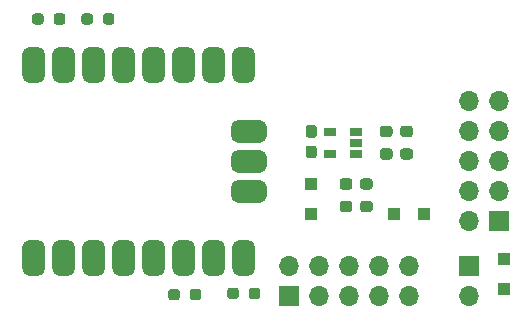
<source format=gbr>
%TF.GenerationSoftware,KiCad,Pcbnew,(5.1.10)-1*%
%TF.CreationDate,2021-11-13T20:10:17+01:00*%
%TF.ProjectId,Muino_debugger,4d75696e-6f5f-4646-9562-75676765722e,rev?*%
%TF.SameCoordinates,Original*%
%TF.FileFunction,Soldermask,Top*%
%TF.FilePolarity,Negative*%
%FSLAX46Y46*%
G04 Gerber Fmt 4.6, Leading zero omitted, Abs format (unit mm)*
G04 Created by KiCad (PCBNEW (5.1.10)-1) date 2021-11-13 20:10:17*
%MOMM*%
%LPD*%
G01*
G04 APERTURE LIST*
%ADD10O,1.700000X1.700000*%
%ADD11R,1.700000X1.700000*%
%ADD12R,1.000000X1.000000*%
%ADD13R,1.060000X0.650000*%
G04 APERTURE END LIST*
D10*
%TO.C,J3*%
X125730000Y-86360000D03*
D11*
X125730000Y-83820000D03*
%TD*%
D12*
%TO.C,D2*%
X112395000Y-76835000D03*
X112395000Y-79335000D03*
%TD*%
%TO.C,R4*%
G36*
G01*
X94762500Y-63102500D02*
X94762500Y-62627500D01*
G75*
G02*
X95000000Y-62390000I237500J0D01*
G01*
X95500000Y-62390000D01*
G75*
G02*
X95737500Y-62627500I0J-237500D01*
G01*
X95737500Y-63102500D01*
G75*
G02*
X95500000Y-63340000I-237500J0D01*
G01*
X95000000Y-63340000D01*
G75*
G02*
X94762500Y-63102500I0J237500D01*
G01*
G37*
G36*
G01*
X92937500Y-63102500D02*
X92937500Y-62627500D01*
G75*
G02*
X93175000Y-62390000I237500J0D01*
G01*
X93675000Y-62390000D01*
G75*
G02*
X93912500Y-62627500I0J-237500D01*
G01*
X93912500Y-63102500D01*
G75*
G02*
X93675000Y-63340000I-237500J0D01*
G01*
X93175000Y-63340000D01*
G75*
G02*
X92937500Y-63102500I0J237500D01*
G01*
G37*
%TD*%
%TO.C,R3*%
G36*
G01*
X89745000Y-62627500D02*
X89745000Y-63102500D01*
G75*
G02*
X89507500Y-63340000I-237500J0D01*
G01*
X89007500Y-63340000D01*
G75*
G02*
X88770000Y-63102500I0J237500D01*
G01*
X88770000Y-62627500D01*
G75*
G02*
X89007500Y-62390000I237500J0D01*
G01*
X89507500Y-62390000D01*
G75*
G02*
X89745000Y-62627500I0J-237500D01*
G01*
G37*
G36*
G01*
X91570000Y-62627500D02*
X91570000Y-63102500D01*
G75*
G02*
X91332500Y-63340000I-237500J0D01*
G01*
X90832500Y-63340000D01*
G75*
G02*
X90595000Y-63102500I0J237500D01*
G01*
X90595000Y-62627500D01*
G75*
G02*
X90832500Y-62390000I237500J0D01*
G01*
X91332500Y-62390000D01*
G75*
G02*
X91570000Y-62627500I0J-237500D01*
G01*
G37*
%TD*%
D13*
%TO.C,U1*%
X114005000Y-74295000D03*
X114005000Y-72395000D03*
X116205000Y-72395000D03*
X116205000Y-73345000D03*
X116205000Y-74295000D03*
%TD*%
%TO.C,R2*%
G36*
G01*
X106262500Y-85862500D02*
X106262500Y-86337500D01*
G75*
G02*
X106025000Y-86575000I-237500J0D01*
G01*
X105525000Y-86575000D01*
G75*
G02*
X105287500Y-86337500I0J237500D01*
G01*
X105287500Y-85862500D01*
G75*
G02*
X105525000Y-85625000I237500J0D01*
G01*
X106025000Y-85625000D01*
G75*
G02*
X106262500Y-85862500I0J-237500D01*
G01*
G37*
G36*
G01*
X108087500Y-85862500D02*
X108087500Y-86337500D01*
G75*
G02*
X107850000Y-86575000I-237500J0D01*
G01*
X107350000Y-86575000D01*
G75*
G02*
X107112500Y-86337500I0J237500D01*
G01*
X107112500Y-85862500D01*
G75*
G02*
X107350000Y-85625000I237500J0D01*
G01*
X107850000Y-85625000D01*
G75*
G02*
X108087500Y-85862500I0J-237500D01*
G01*
G37*
%TD*%
%TO.C,R1*%
G36*
G01*
X101262500Y-85962500D02*
X101262500Y-86437500D01*
G75*
G02*
X101025000Y-86675000I-237500J0D01*
G01*
X100525000Y-86675000D01*
G75*
G02*
X100287500Y-86437500I0J237500D01*
G01*
X100287500Y-85962500D01*
G75*
G02*
X100525000Y-85725000I237500J0D01*
G01*
X101025000Y-85725000D01*
G75*
G02*
X101262500Y-85962500I0J-237500D01*
G01*
G37*
G36*
G01*
X103087500Y-85962500D02*
X103087500Y-86437500D01*
G75*
G02*
X102850000Y-86675000I-237500J0D01*
G01*
X102350000Y-86675000D01*
G75*
G02*
X102112500Y-86437500I0J237500D01*
G01*
X102112500Y-85962500D01*
G75*
G02*
X102350000Y-85725000I237500J0D01*
G01*
X102850000Y-85725000D01*
G75*
G02*
X103087500Y-85962500I0J-237500D01*
G01*
G37*
%TD*%
D10*
%TO.C,J2*%
X120650000Y-83820000D03*
X120650000Y-86360000D03*
X118110000Y-83820000D03*
X118110000Y-86360000D03*
X115570000Y-83820000D03*
X115570000Y-86360000D03*
X113030000Y-83820000D03*
X113030000Y-86360000D03*
X110490000Y-83820000D03*
D11*
X110490000Y-86360000D03*
%TD*%
D12*
%TO.C,D3*%
X128700000Y-83200000D03*
X128700000Y-85700000D03*
%TD*%
%TO.C,D1*%
X119420000Y-79375000D03*
X121920000Y-79375000D03*
%TD*%
%TO.C,C5*%
G36*
G01*
X115880000Y-78502500D02*
X115880000Y-78977500D01*
G75*
G02*
X115642500Y-79215000I-237500J0D01*
G01*
X115042500Y-79215000D01*
G75*
G02*
X114805000Y-78977500I0J237500D01*
G01*
X114805000Y-78502500D01*
G75*
G02*
X115042500Y-78265000I237500J0D01*
G01*
X115642500Y-78265000D01*
G75*
G02*
X115880000Y-78502500I0J-237500D01*
G01*
G37*
G36*
G01*
X117605000Y-78502500D02*
X117605000Y-78977500D01*
G75*
G02*
X117367500Y-79215000I-237500J0D01*
G01*
X116767500Y-79215000D01*
G75*
G02*
X116530000Y-78977500I0J237500D01*
G01*
X116530000Y-78502500D01*
G75*
G02*
X116767500Y-78265000I237500J0D01*
G01*
X117367500Y-78265000D01*
G75*
G02*
X117605000Y-78502500I0J-237500D01*
G01*
G37*
%TD*%
%TO.C,C4*%
G36*
G01*
X115880000Y-76597500D02*
X115880000Y-77072500D01*
G75*
G02*
X115642500Y-77310000I-237500J0D01*
G01*
X115042500Y-77310000D01*
G75*
G02*
X114805000Y-77072500I0J237500D01*
G01*
X114805000Y-76597500D01*
G75*
G02*
X115042500Y-76360000I237500J0D01*
G01*
X115642500Y-76360000D01*
G75*
G02*
X115880000Y-76597500I0J-237500D01*
G01*
G37*
G36*
G01*
X117605000Y-76597500D02*
X117605000Y-77072500D01*
G75*
G02*
X117367500Y-77310000I-237500J0D01*
G01*
X116767500Y-77310000D01*
G75*
G02*
X116530000Y-77072500I0J237500D01*
G01*
X116530000Y-76597500D01*
G75*
G02*
X116767500Y-76360000I237500J0D01*
G01*
X117367500Y-76360000D01*
G75*
G02*
X117605000Y-76597500I0J-237500D01*
G01*
G37*
%TD*%
%TO.C,C3*%
G36*
G01*
X112157500Y-73577500D02*
X112632500Y-73577500D01*
G75*
G02*
X112870000Y-73815000I0J-237500D01*
G01*
X112870000Y-74415000D01*
G75*
G02*
X112632500Y-74652500I-237500J0D01*
G01*
X112157500Y-74652500D01*
G75*
G02*
X111920000Y-74415000I0J237500D01*
G01*
X111920000Y-73815000D01*
G75*
G02*
X112157500Y-73577500I237500J0D01*
G01*
G37*
G36*
G01*
X112157500Y-71852500D02*
X112632500Y-71852500D01*
G75*
G02*
X112870000Y-72090000I0J-237500D01*
G01*
X112870000Y-72690000D01*
G75*
G02*
X112632500Y-72927500I-237500J0D01*
G01*
X112157500Y-72927500D01*
G75*
G02*
X111920000Y-72690000I0J237500D01*
G01*
X111920000Y-72090000D01*
G75*
G02*
X112157500Y-71852500I237500J0D01*
G01*
G37*
%TD*%
%TO.C,C2*%
G36*
G01*
X119932500Y-74532500D02*
X119932500Y-74057500D01*
G75*
G02*
X120170000Y-73820000I237500J0D01*
G01*
X120770000Y-73820000D01*
G75*
G02*
X121007500Y-74057500I0J-237500D01*
G01*
X121007500Y-74532500D01*
G75*
G02*
X120770000Y-74770000I-237500J0D01*
G01*
X120170000Y-74770000D01*
G75*
G02*
X119932500Y-74532500I0J237500D01*
G01*
G37*
G36*
G01*
X118207500Y-74532500D02*
X118207500Y-74057500D01*
G75*
G02*
X118445000Y-73820000I237500J0D01*
G01*
X119045000Y-73820000D01*
G75*
G02*
X119282500Y-74057500I0J-237500D01*
G01*
X119282500Y-74532500D01*
G75*
G02*
X119045000Y-74770000I-237500J0D01*
G01*
X118445000Y-74770000D01*
G75*
G02*
X118207500Y-74532500I0J237500D01*
G01*
G37*
%TD*%
%TO.C,C1*%
G36*
G01*
X119932500Y-72627500D02*
X119932500Y-72152500D01*
G75*
G02*
X120170000Y-71915000I237500J0D01*
G01*
X120770000Y-71915000D01*
G75*
G02*
X121007500Y-72152500I0J-237500D01*
G01*
X121007500Y-72627500D01*
G75*
G02*
X120770000Y-72865000I-237500J0D01*
G01*
X120170000Y-72865000D01*
G75*
G02*
X119932500Y-72627500I0J237500D01*
G01*
G37*
G36*
G01*
X118207500Y-72627500D02*
X118207500Y-72152500D01*
G75*
G02*
X118445000Y-71915000I237500J0D01*
G01*
X119045000Y-71915000D01*
G75*
G02*
X119282500Y-72152500I0J-237500D01*
G01*
X119282500Y-72627500D01*
G75*
G02*
X119045000Y-72865000I-237500J0D01*
G01*
X118445000Y-72865000D01*
G75*
G02*
X118207500Y-72627500I0J237500D01*
G01*
G37*
%TD*%
D10*
%TO.C,J1*%
X125730000Y-69850000D03*
X128270000Y-69850000D03*
X125730000Y-72390000D03*
X128270000Y-72390000D03*
X125730000Y-74930000D03*
X128270000Y-74930000D03*
X125730000Y-77470000D03*
X128270000Y-77470000D03*
X125730000Y-80010000D03*
D11*
X128270000Y-80010000D03*
%TD*%
%TO.C,A1*%
G36*
G01*
X105620000Y-72808000D02*
X105620000Y-71972000D01*
G75*
G02*
X106152000Y-71440000I532000J0D01*
G01*
X108088000Y-71440000D01*
G75*
G02*
X108620000Y-71972000I0J-532000D01*
G01*
X108620000Y-72808000D01*
G75*
G02*
X108088000Y-73340000I-532000J0D01*
G01*
X106152000Y-73340000D01*
G75*
G02*
X105620000Y-72808000I0J532000D01*
G01*
G37*
G36*
G01*
X105620000Y-77888000D02*
X105620000Y-77052000D01*
G75*
G02*
X106152000Y-76520000I532000J0D01*
G01*
X108088000Y-76520000D01*
G75*
G02*
X108620000Y-77052000I0J-532000D01*
G01*
X108620000Y-77888000D01*
G75*
G02*
X108088000Y-78420000I-532000J0D01*
G01*
X106152000Y-78420000D01*
G75*
G02*
X105620000Y-77888000I0J532000D01*
G01*
G37*
G36*
G01*
X105620000Y-75348000D02*
X105620000Y-74512000D01*
G75*
G02*
X106152000Y-73980000I532000J0D01*
G01*
X108088000Y-73980000D01*
G75*
G02*
X108620000Y-74512000I0J-532000D01*
G01*
X108620000Y-75348000D01*
G75*
G02*
X108088000Y-75880000I-532000J0D01*
G01*
X106152000Y-75880000D01*
G75*
G02*
X105620000Y-75348000I0J532000D01*
G01*
G37*
G36*
G01*
X105730000Y-84068000D02*
X105730000Y-82132000D01*
G75*
G02*
X106262000Y-81600000I532000J0D01*
G01*
X107098000Y-81600000D01*
G75*
G02*
X107630000Y-82132000I0J-532000D01*
G01*
X107630000Y-84068000D01*
G75*
G02*
X107098000Y-84600000I-532000J0D01*
G01*
X106262000Y-84600000D01*
G75*
G02*
X105730000Y-84068000I0J532000D01*
G01*
G37*
G36*
G01*
X95570000Y-84068000D02*
X95570000Y-82132000D01*
G75*
G02*
X96102000Y-81600000I532000J0D01*
G01*
X96938000Y-81600000D01*
G75*
G02*
X97470000Y-82132000I0J-532000D01*
G01*
X97470000Y-84068000D01*
G75*
G02*
X96938000Y-84600000I-532000J0D01*
G01*
X96102000Y-84600000D01*
G75*
G02*
X95570000Y-84068000I0J532000D01*
G01*
G37*
G36*
G01*
X98110000Y-84068000D02*
X98110000Y-82132000D01*
G75*
G02*
X98642000Y-81600000I532000J0D01*
G01*
X99478000Y-81600000D01*
G75*
G02*
X100010000Y-82132000I0J-532000D01*
G01*
X100010000Y-84068000D01*
G75*
G02*
X99478000Y-84600000I-532000J0D01*
G01*
X98642000Y-84600000D01*
G75*
G02*
X98110000Y-84068000I0J532000D01*
G01*
G37*
G36*
G01*
X100650000Y-84068000D02*
X100650000Y-82132000D01*
G75*
G02*
X101182000Y-81600000I532000J0D01*
G01*
X102018000Y-81600000D01*
G75*
G02*
X102550000Y-82132000I0J-532000D01*
G01*
X102550000Y-84068000D01*
G75*
G02*
X102018000Y-84600000I-532000J0D01*
G01*
X101182000Y-84600000D01*
G75*
G02*
X100650000Y-84068000I0J532000D01*
G01*
G37*
G36*
G01*
X103190000Y-84068000D02*
X103190000Y-82132000D01*
G75*
G02*
X103722000Y-81600000I532000J0D01*
G01*
X104558000Y-81600000D01*
G75*
G02*
X105090000Y-82132000I0J-532000D01*
G01*
X105090000Y-84068000D01*
G75*
G02*
X104558000Y-84600000I-532000J0D01*
G01*
X103722000Y-84600000D01*
G75*
G02*
X103190000Y-84068000I0J532000D01*
G01*
G37*
G36*
G01*
X93030000Y-84068000D02*
X93030000Y-82132000D01*
G75*
G02*
X93562000Y-81600000I532000J0D01*
G01*
X94398000Y-81600000D01*
G75*
G02*
X94930000Y-82132000I0J-532000D01*
G01*
X94930000Y-84068000D01*
G75*
G02*
X94398000Y-84600000I-532000J0D01*
G01*
X93562000Y-84600000D01*
G75*
G02*
X93030000Y-84068000I0J532000D01*
G01*
G37*
G36*
G01*
X90490000Y-84068000D02*
X90490000Y-82132000D01*
G75*
G02*
X91022000Y-81600000I532000J0D01*
G01*
X91858000Y-81600000D01*
G75*
G02*
X92390000Y-82132000I0J-532000D01*
G01*
X92390000Y-84068000D01*
G75*
G02*
X91858000Y-84600000I-532000J0D01*
G01*
X91022000Y-84600000D01*
G75*
G02*
X90490000Y-84068000I0J532000D01*
G01*
G37*
G36*
G01*
X87950000Y-84068000D02*
X87950000Y-82132000D01*
G75*
G02*
X88482000Y-81600000I532000J0D01*
G01*
X89318000Y-81600000D01*
G75*
G02*
X89850000Y-82132000I0J-532000D01*
G01*
X89850000Y-84068000D01*
G75*
G02*
X89318000Y-84600000I-532000J0D01*
G01*
X88482000Y-84600000D01*
G75*
G02*
X87950000Y-84068000I0J532000D01*
G01*
G37*
G36*
G01*
X105730000Y-67728000D02*
X105730000Y-65792000D01*
G75*
G02*
X106262000Y-65260000I532000J0D01*
G01*
X107098000Y-65260000D01*
G75*
G02*
X107630000Y-65792000I0J-532000D01*
G01*
X107630000Y-67728000D01*
G75*
G02*
X107098000Y-68260000I-532000J0D01*
G01*
X106262000Y-68260000D01*
G75*
G02*
X105730000Y-67728000I0J532000D01*
G01*
G37*
G36*
G01*
X103190000Y-67728000D02*
X103190000Y-65792000D01*
G75*
G02*
X103722000Y-65260000I532000J0D01*
G01*
X104558000Y-65260000D01*
G75*
G02*
X105090000Y-65792000I0J-532000D01*
G01*
X105090000Y-67728000D01*
G75*
G02*
X104558000Y-68260000I-532000J0D01*
G01*
X103722000Y-68260000D01*
G75*
G02*
X103190000Y-67728000I0J532000D01*
G01*
G37*
G36*
G01*
X100650000Y-67728000D02*
X100650000Y-65792000D01*
G75*
G02*
X101182000Y-65260000I532000J0D01*
G01*
X102018000Y-65260000D01*
G75*
G02*
X102550000Y-65792000I0J-532000D01*
G01*
X102550000Y-67728000D01*
G75*
G02*
X102018000Y-68260000I-532000J0D01*
G01*
X101182000Y-68260000D01*
G75*
G02*
X100650000Y-67728000I0J532000D01*
G01*
G37*
G36*
G01*
X98110000Y-67728000D02*
X98110000Y-65792000D01*
G75*
G02*
X98642000Y-65260000I532000J0D01*
G01*
X99478000Y-65260000D01*
G75*
G02*
X100010000Y-65792000I0J-532000D01*
G01*
X100010000Y-67728000D01*
G75*
G02*
X99478000Y-68260000I-532000J0D01*
G01*
X98642000Y-68260000D01*
G75*
G02*
X98110000Y-67728000I0J532000D01*
G01*
G37*
G36*
G01*
X95570000Y-67728000D02*
X95570000Y-65792000D01*
G75*
G02*
X96102000Y-65260000I532000J0D01*
G01*
X96938000Y-65260000D01*
G75*
G02*
X97470000Y-65792000I0J-532000D01*
G01*
X97470000Y-67728000D01*
G75*
G02*
X96938000Y-68260000I-532000J0D01*
G01*
X96102000Y-68260000D01*
G75*
G02*
X95570000Y-67728000I0J532000D01*
G01*
G37*
G36*
G01*
X93030000Y-67728000D02*
X93030000Y-65792000D01*
G75*
G02*
X93562000Y-65260000I532000J0D01*
G01*
X94398000Y-65260000D01*
G75*
G02*
X94930000Y-65792000I0J-532000D01*
G01*
X94930000Y-67728000D01*
G75*
G02*
X94398000Y-68260000I-532000J0D01*
G01*
X93562000Y-68260000D01*
G75*
G02*
X93030000Y-67728000I0J532000D01*
G01*
G37*
G36*
G01*
X90490000Y-67728000D02*
X90490000Y-65792000D01*
G75*
G02*
X91022000Y-65260000I532000J0D01*
G01*
X91858000Y-65260000D01*
G75*
G02*
X92390000Y-65792000I0J-532000D01*
G01*
X92390000Y-67728000D01*
G75*
G02*
X91858000Y-68260000I-532000J0D01*
G01*
X91022000Y-68260000D01*
G75*
G02*
X90490000Y-67728000I0J532000D01*
G01*
G37*
G36*
G01*
X87950000Y-67728000D02*
X87950000Y-65792000D01*
G75*
G02*
X88482000Y-65260000I532000J0D01*
G01*
X89318000Y-65260000D01*
G75*
G02*
X89850000Y-65792000I0J-532000D01*
G01*
X89850000Y-67728000D01*
G75*
G02*
X89318000Y-68260000I-532000J0D01*
G01*
X88482000Y-68260000D01*
G75*
G02*
X87950000Y-67728000I0J532000D01*
G01*
G37*
%TD*%
M02*

</source>
